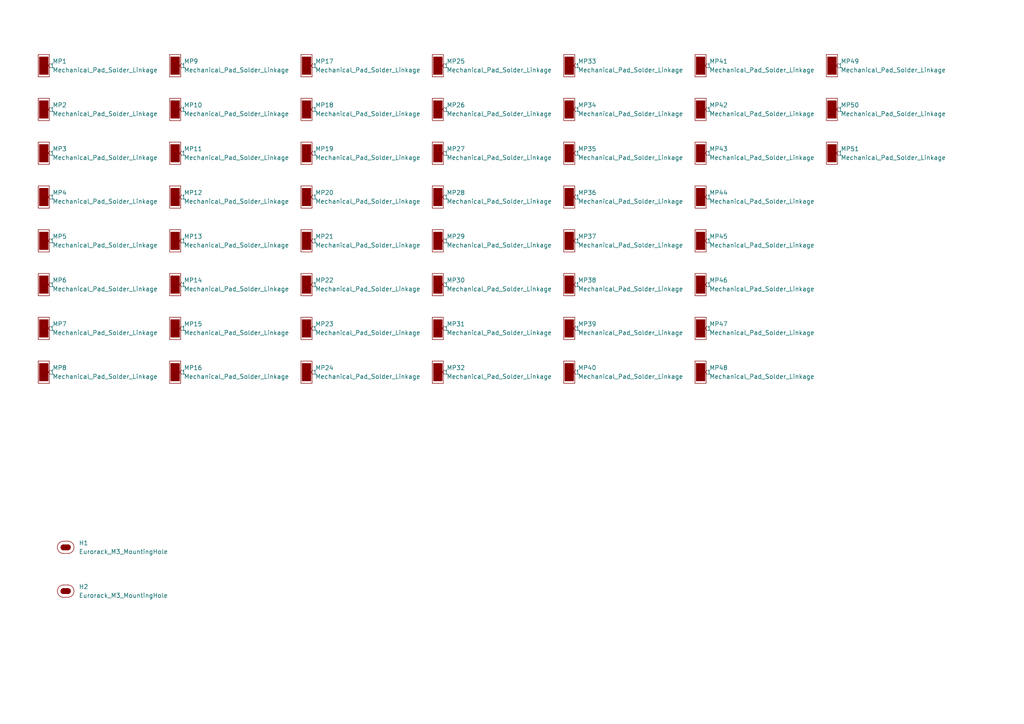
<source format=kicad_sch>
(kicad_sch (version 20231120) (generator "eeschema") (generator_version "8.0")
  (paper "A4")
  (lib_symbols
    (symbol "EXC:Eurorack_M3_MountingHole" (pin_names (offset 1.016)) (exclude_from_sim yes) (in_bom no)
      (property "Reference" "H" (at 0 5.08 0))
      (property "Value" "Eurorack_M3_MountingHole" (at 0 3.175 0))
      (symbol "Eurorack_M3_MountingHole_0_1"
        (circle (center -0.635 0) (radius 0.762) (fill (type outline)))
        (arc (start -0.635 0.762) (mid -1.397 0) (end -0.635 -0.762))
        (arc (start -0.635 1.778) (mid -2.413 0) (end -0.635 -1.778))
        (polyline (pts (xy -0.635 -1.778) (xy 0.635 -1.778)))
        (polyline (pts (xy -0.635 -0.762) (xy 0.635 -0.762)))
        (polyline (pts (xy -0.635 0.762) (xy 0.635 0.762)))
        (polyline (pts (xy 0.635 1.778) (xy -0.635 1.778)))
        (circle (center 0 0) (radius 0.762) (fill (type outline)))
        (arc (start 0.6141 -1.778) (mid 2.4131 0) (end 0.6141 1.778))
        (arc (start 0.6227 -0.762) (mid 1.3971 0) (end 0.6227 0.762))
        (circle (center 0.635 0) (radius 0.762) (fill (type outline)))
      )
    )
    (symbol "EXC:Mechanical_Pad_Solder_Linkage"
      (property "Reference" "MP" (at 0 4.318 0))
      (property "Value" "Mechanical_Pad_Solder_Linkage" (at 0 -4.318 0))
      (symbol "Mechanical_Pad_Solder_Linkage_0_1"
        (rectangle (start -1.6129 3.2258) (end 1.6129 -3.2258))
        (rectangle (start -1.27 2.54) (end 1.27 -2.54) (fill (type outline)))
      )
      (symbol "Mechanical_Pad_Solder_Linkage_1_1"
        (pin bidirectional non_logic (at -1.27 0 0) (length 2.54) (name "1") (number "1"))
      )
    )
  )
  (symbol (lib_id "EXC:Mechanical_Pad_Solder_Linkage") (at 88.9 19.05 0) (unit 1)
    (property "Reference" "MP17" (at 91.44 17.7799 0) (effects (justify left)))
    (property "Value" "Mechanical_Pad_Solder_Linkage" (at 91.44 20.3199 0) (effects (justify left)))
    (property "Footprint" "EXC:SolderWirePad_1x01_SMD_1x2mm" (effects (hide yes)))
    (property "Description" "Solder pad for mechanically connecting PCBs/etc." (effects (hide yes)))
  )
  (symbol (lib_id "EXC:Mechanical_Pad_Solder_Linkage") (at 88.9 44.45 0) (unit 1)
    (property "Reference" "MP19" (at 91.44 43.1799 0) (effects (justify left)))
    (property "Value" "Mechanical_Pad_Solder_Linkage" (at 91.44 45.7199 0) (effects (justify left)))
    (property "Footprint" "EXC:SolderWirePad_1x01_SMD_1x2mm" (effects (hide yes)))
    (property "Description" "Solder pad for mechanically connecting PCBs/etc." (effects (hide yes)))
  )
  (symbol (lib_id "EXC:Mechanical_Pad_Solder_Linkage") (at 127 95.25 0) (unit 1)
    (property "Reference" "MP31" (at 129.54 93.9799 0) (effects (justify left)))
    (property "Value" "Mechanical_Pad_Solder_Linkage" (at 129.54 96.5199 0) (effects (justify left)))
    (property "Footprint" "EXC:SolderWirePad_1x01_SMD_1x2mm" (effects (hide yes)))
    (property "Description" "Solder pad for mechanically connecting PCBs/etc." (effects (hide yes)))
  )
  (symbol (lib_id "EXC:Mechanical_Pad_Solder_Linkage") (at 165.1 69.85 0) (unit 1)
    (property "Reference" "MP37" (at 167.64 68.5799 0) (effects (justify left)))
    (property "Value" "Mechanical_Pad_Solder_Linkage" (at 167.64 71.1199 0) (effects (justify left)))
    (property "Footprint" "EXC:SolderWirePad_1x01_SMD_1x2mm" (effects (hide yes)))
    (property "Description" "Solder pad for mechanically connecting PCBs/etc." (effects (hide yes)))
  )
  (symbol (lib_id "EXC:Mechanical_Pad_Solder_Linkage") (at 241.3 44.45 0) (unit 1)
    (property "Reference" "MP51" (at 243.84 43.1799 0) (effects (justify left)))
    (property "Value" "Mechanical_Pad_Solder_Linkage" (at 243.84 45.7199 0) (effects (justify left)))
    (property "Footprint" "EXC:SolderWirePad_1x01_SMD_1x2mm" (effects (hide yes)))
    (property "Description" "Solder pad for mechanically connecting PCBs/etc." (effects (hide yes)))
  )
  (symbol (lib_id "EXC:Mechanical_Pad_Solder_Linkage") (at 203.2 69.85 0) (unit 1)
    (property "Reference" "MP45" (at 205.74 68.5799 0) (effects (justify left)))
    (property "Value" "Mechanical_Pad_Solder_Linkage" (at 205.74 71.1199 0) (effects (justify left)))
    (property "Footprint" "EXC:SolderWirePad_1x01_SMD_1x2mm" (effects (hide yes)))
    (property "Description" "Solder pad for mechanically connecting PCBs/etc." (effects (hide yes)))
  )
  (symbol (lib_id "EXC:Mechanical_Pad_Solder_Linkage") (at 88.9 95.25 0) (unit 1)
    (property "Reference" "MP23" (at 91.44 93.9799 0) (effects (justify left)))
    (property "Value" "Mechanical_Pad_Solder_Linkage" (at 91.44 96.5199 0) (effects (justify left)))
    (property "Footprint" "EXC:SolderWirePad_1x01_SMD_1x2mm" (effects (hide yes)))
    (property "Description" "Solder pad for mechanically connecting PCBs/etc." (effects (hide yes)))
  )
  (symbol (lib_id "EXC:Mechanical_Pad_Solder_Linkage") (at 203.2 95.25 0) (unit 1)
    (property "Reference" "MP47" (at 205.74 93.9799 0) (effects (justify left)))
    (property "Value" "Mechanical_Pad_Solder_Linkage" (at 205.74 96.5199 0) (effects (justify left)))
    (property "Footprint" "EXC:SolderWirePad_1x01_SMD_1x2mm" (effects (hide yes)))
    (property "Description" "Solder pad for mechanically connecting PCBs/etc." (effects (hide yes)))
  )
  (symbol (lib_id "EXC:Mechanical_Pad_Solder_Linkage") (at 203.2 19.05 0) (unit 1)
    (property "Reference" "MP41" (at 205.74 17.7799 0) (effects (justify left)))
    (property "Value" "Mechanical_Pad_Solder_Linkage" (at 205.74 20.3199 0) (effects (justify left)))
    (property "Footprint" "EXC:SolderWirePad_1x01_SMD_1x2mm" (effects (hide yes)))
    (property "Description" "Solder pad for mechanically connecting PCBs/etc." (effects (hide yes)))
  )
  (symbol (lib_id "EXC:Mechanical_Pad_Solder_Linkage") (at 12.7 44.45 0) (unit 1)
    (property "Reference" "MP3" (at 15.24 43.1799 0) (effects (justify left)))
    (property "Value" "Mechanical_Pad_Solder_Linkage" (at 15.24 45.7199 0) (effects (justify left)))
    (property "Footprint" "EXC:SolderWirePad_1x01_SMD_1x2mm" (effects (hide yes)))
    (property "Description" "Solder pad for mechanically connecting PCBs/etc." (effects (hide yes)))
  )
  (symbol (lib_id "EXC:Mechanical_Pad_Solder_Linkage") (at 127 69.85 0) (unit 1)
    (property "Reference" "MP29" (at 129.54 68.5799 0) (effects (justify left)))
    (property "Value" "Mechanical_Pad_Solder_Linkage" (at 129.54 71.1199 0) (effects (justify left)))
    (property "Footprint" "EXC:SolderWirePad_1x01_SMD_1x2mm" (effects (hide yes)))
    (property "Description" "Solder pad for mechanically connecting PCBs/etc." (effects (hide yes)))
  )
  (symbol (lib_id "EXC:Mechanical_Pad_Solder_Linkage") (at 12.7 82.55 0) (unit 1)
    (property "Reference" "MP6" (at 15.24 81.2799 0) (effects (justify left)))
    (property "Value" "Mechanical_Pad_Solder_Linkage" (at 15.24 83.8199 0) (effects (justify left)))
    (property "Footprint" "EXC:SolderWirePad_1x01_SMD_1x2mm" (effects (hide yes)))
    (property "Description" "Solder pad for mechanically connecting PCBs/etc." (effects (hide yes)))
  )
  (symbol (lib_id "EXC:Mechanical_Pad_Solder_Linkage") (at 165.1 107.95 0) (unit 1)
    (property "Reference" "MP40" (at 167.64 106.6799 0) (effects (justify left)))
    (property "Value" "Mechanical_Pad_Solder_Linkage" (at 167.64 109.2199 0) (effects (justify left)))
    (property "Footprint" "EXC:SolderWirePad_1x01_SMD_1x2mm" (effects (hide yes)))
    (property "Description" "Solder pad for mechanically connecting PCBs/etc." (effects (hide yes)))
  )
  (symbol (lib_id "EXC:Mechanical_Pad_Solder_Linkage") (at 203.2 31.75 0) (unit 1)
    (property "Reference" "MP42" (at 205.74 30.4799 0) (effects (justify left)))
    (property "Value" "Mechanical_Pad_Solder_Linkage" (at 205.74 33.0199 0) (effects (justify left)))
    (property "Footprint" "EXC:SolderWirePad_1x01_SMD_1x2mm" (effects (hide yes)))
    (property "Description" "Solder pad for mechanically connecting PCBs/etc." (effects (hide yes)))
  )
  (symbol (lib_id "EXC:Mechanical_Pad_Solder_Linkage") (at 241.3 31.75 0) (unit 1)
    (property "Reference" "MP50" (at 243.84 30.4799 0) (effects (justify left)))
    (property "Value" "Mechanical_Pad_Solder_Linkage" (at 243.84 33.0199 0) (effects (justify left)))
    (property "Footprint" "EXC:SolderWirePad_1x01_SMD_1x2mm" (effects (hide yes)))
    (property "Description" "Solder pad for mechanically connecting PCBs/etc." (effects (hide yes)))
  )
  (symbol (lib_id "EXC:Mechanical_Pad_Solder_Linkage") (at 12.7 57.15 0) (unit 1)
    (property "Reference" "MP4" (at 15.24 55.8799 0) (effects (justify left)))
    (property "Value" "Mechanical_Pad_Solder_Linkage" (at 15.24 58.4199 0) (effects (justify left)))
    (property "Footprint" "EXC:SolderWirePad_1x01_SMD_1x2mm" (effects (hide yes)))
    (property "Description" "Solder pad for mechanically connecting PCBs/etc." (effects (hide yes)))
  )
  (symbol (lib_id "EXC:Mechanical_Pad_Solder_Linkage") (at 50.8 107.95 0) (unit 1)
    (property "Reference" "MP16" (at 53.34 106.6799 0) (effects (justify left)))
    (property "Value" "Mechanical_Pad_Solder_Linkage" (at 53.34 109.2199 0) (effects (justify left)))
    (property "Footprint" "EXC:SolderWirePad_1x01_SMD_1x2mm" (effects (hide yes)))
    (property "Description" "Solder pad for mechanically connecting PCBs/etc." (effects (hide yes)))
  )
  (symbol (lib_id "EXC:Mechanical_Pad_Solder_Linkage") (at 203.2 107.95 0) (unit 1)
    (property "Reference" "MP48" (at 205.74 106.6799 0) (effects (justify left)))
    (property "Value" "Mechanical_Pad_Solder_Linkage" (at 205.74 109.2199 0) (effects (justify left)))
    (property "Footprint" "EXC:SolderWirePad_1x01_SMD_1x2mm" (effects (hide yes)))
    (property "Description" "Solder pad for mechanically connecting PCBs/etc." (effects (hide yes)))
  )
  (symbol (lib_id "EXC:Mechanical_Pad_Solder_Linkage") (at 88.9 57.15 0) (unit 1)
    (property "Reference" "MP20" (at 91.44 55.8799 0) (effects (justify left)))
    (property "Value" "Mechanical_Pad_Solder_Linkage" (at 91.44 58.4199 0) (effects (justify left)))
    (property "Footprint" "EXC:SolderWirePad_1x01_SMD_1x2mm" (effects (hide yes)))
    (property "Description" "Solder pad for mechanically connecting PCBs/etc." (effects (hide yes)))
  )
  (symbol (lib_id "EXC:Mechanical_Pad_Solder_Linkage") (at 165.1 95.25 0) (unit 1)
    (property "Reference" "MP39" (at 167.64 93.9799 0) (effects (justify left)))
    (property "Value" "Mechanical_Pad_Solder_Linkage" (at 167.64 96.5199 0) (effects (justify left)))
    (property "Footprint" "EXC:SolderWirePad_1x01_SMD_1x2mm" (effects (hide yes)))
    (property "Description" "Solder pad for mechanically connecting PCBs/etc." (effects (hide yes)))
  )
  (symbol (lib_id "EXC:Mechanical_Pad_Solder_Linkage") (at 12.7 19.05 0) (unit 1)
    (property "Reference" "MP1" (at 15.24 17.7799 0) (effects (justify left)))
    (property "Value" "Mechanical_Pad_Solder_Linkage" (at 15.24 20.3199 0) (effects (justify left)))
    (property "Footprint" "EXC:SolderWirePad_1x01_SMD_1x2mm" (effects (hide yes)))
    (property "Description" "Solder pad for mechanically connecting PCBs/etc." (effects (hide yes)))
  )
  (symbol (lib_id "EXC:Mechanical_Pad_Solder_Linkage") (at 50.8 82.55 0) (unit 1)
    (property "Reference" "MP14" (at 53.34 81.2799 0) (effects (justify left)))
    (property "Value" "Mechanical_Pad_Solder_Linkage" (at 53.34 83.8199 0) (effects (justify left)))
    (property "Footprint" "EXC:SolderWirePad_1x01_SMD_1x2mm" (effects (hide yes)))
    (property "Description" "Solder pad for mechanically connecting PCBs/etc." (effects (hide yes)))
  )
  (symbol (lib_id "EXC:Mechanical_Pad_Solder_Linkage") (at 12.7 31.75 0) (unit 1)
    (property "Reference" "MP2" (at 15.24 30.4799 0) (effects (justify left)))
    (property "Value" "Mechanical_Pad_Solder_Linkage" (at 15.24 33.0199 0) (effects (justify left)))
    (property "Footprint" "EXC:SolderWirePad_1x01_SMD_1x2mm" (effects (hide yes)))
    (property "Description" "Solder pad for mechanically connecting PCBs/etc." (effects (hide yes)))
  )
  (symbol (lib_id "EXC:Mechanical_Pad_Solder_Linkage") (at 203.2 82.55 0) (unit 1)
    (property "Reference" "MP46" (at 205.74 81.2799 0) (effects (justify left)))
    (property "Value" "Mechanical_Pad_Solder_Linkage" (at 205.74 83.8199 0) (effects (justify left)))
    (property "Footprint" "EXC:SolderWirePad_1x01_SMD_1x2mm" (effects (hide yes)))
    (property "Description" "Solder pad for mechanically connecting PCBs/etc." (effects (hide yes)))
  )
  (symbol (lib_id "EXC:Mechanical_Pad_Solder_Linkage") (at 127 44.45 0) (unit 1)
    (property "Reference" "MP27" (at 129.54 43.1799 0) (effects (justify left)))
    (property "Value" "Mechanical_Pad_Solder_Linkage" (at 129.54 45.7199 0) (effects (justify left)))
    (property "Footprint" "EXC:SolderWirePad_1x01_SMD_1x2mm" (effects (hide yes)))
    (property "Description" "Solder pad for mechanically connecting PCBs/etc." (effects (hide yes)))
  )
  (symbol (lib_id "EXC:Mechanical_Pad_Solder_Linkage") (at 12.7 95.25 0) (unit 1)
    (property "Reference" "MP7" (at 15.24 93.9799 0) (effects (justify left)))
    (property "Value" "Mechanical_Pad_Solder_Linkage" (at 15.24 96.5199 0) (effects (justify left)))
    (property "Footprint" "EXC:SolderWirePad_1x01_SMD_1x2mm" (effects (hide yes)))
    (property "Description" "Solder pad for mechanically connecting PCBs/etc." (effects (hide yes)))
  )
  (symbol (lib_id "EXC:Mechanical_Pad_Solder_Linkage") (at 165.1 31.75 0) (unit 1)
    (property "Reference" "MP34" (at 167.64 30.4799 0) (effects (justify left)))
    (property "Value" "Mechanical_Pad_Solder_Linkage" (at 167.64 33.0199 0) (effects (justify left)))
    (property "Footprint" "EXC:SolderWirePad_1x01_SMD_1x2mm" (effects (hide yes)))
    (property "Description" "Solder pad for mechanically connecting PCBs/etc." (effects (hide yes)))
  )
  (symbol (lib_id "EXC:Mechanical_Pad_Solder_Linkage") (at 127 82.55 0) (unit 1)
    (property "Reference" "MP30" (at 129.54 81.2799 0) (effects (justify left)))
    (property "Value" "Mechanical_Pad_Solder_Linkage" (at 129.54 83.8199 0) (effects (justify left)))
    (property "Footprint" "EXC:SolderWirePad_1x01_SMD_1x2mm" (effects (hide yes)))
    (property "Description" "Solder pad for mechanically connecting PCBs/etc." (effects (hide yes)))
  )
  (symbol (lib_id "EXC:Mechanical_Pad_Solder_Linkage") (at 50.8 95.25 0) (unit 1)
    (property "Reference" "MP15" (at 53.34 93.9799 0) (effects (justify left)))
    (property "Value" "Mechanical_Pad_Solder_Linkage" (at 53.34 96.5199 0) (effects (justify left)))
    (property "Footprint" "EXC:SolderWirePad_1x01_SMD_1x2mm" (effects (hide yes)))
    (property "Description" "Solder pad for mechanically connecting PCBs/etc." (effects (hide yes)))
  )
  (symbol (lib_id "EXC:Mechanical_Pad_Solder_Linkage") (at 12.7 69.85 0) (unit 1)
    (property "Reference" "MP5" (at 15.24 68.5799 0) (effects (justify left)))
    (property "Value" "Mechanical_Pad_Solder_Linkage" (at 15.24 71.1199 0) (effects (justify left)))
    (property "Footprint" "EXC:SolderWirePad_1x01_SMD_1x2mm" (effects (hide yes)))
    (property "Description" "Solder pad for mechanically connecting PCBs/etc." (effects (hide yes)))
  )
  (symbol (lib_id "EXC:Mechanical_Pad_Solder_Linkage") (at 203.2 44.45 0) (unit 1)
    (property "Reference" "MP43" (at 205.74 43.1799 0) (effects (justify left)))
    (property "Value" "Mechanical_Pad_Solder_Linkage" (at 205.74 45.7199 0) (effects (justify left)))
    (property "Footprint" "EXC:SolderWirePad_1x01_SMD_1x2mm" (effects (hide yes)))
    (property "Description" "Solder pad for mechanically connecting PCBs/etc." (effects (hide yes)))
  )
  (symbol (lib_id "EXC:Mechanical_Pad_Solder_Linkage") (at 127 57.15 0) (unit 1)
    (property "Reference" "MP28" (at 129.54 55.8799 0) (effects (justify left)))
    (property "Value" "Mechanical_Pad_Solder_Linkage" (at 129.54 58.4199 0) (effects (justify left)))
    (property "Footprint" "EXC:SolderWirePad_1x01_SMD_1x2mm" (effects (hide yes)))
    (property "Description" "Solder pad for mechanically connecting PCBs/etc." (effects (hide yes)))
  )
  (symbol (lib_id "EXC:Mechanical_Pad_Solder_Linkage") (at 50.8 31.75 0) (unit 1)
    (property "Reference" "MP10" (at 53.34 30.4799 0) (effects (justify left)))
    (property "Value" "Mechanical_Pad_Solder_Linkage" (at 53.34 33.0199 0) (effects (justify left)))
    (property "Footprint" "EXC:SolderWirePad_1x01_SMD_1x2mm" (effects (hide yes)))
    (property "Description" "Solder pad for mechanically connecting PCBs/etc." (effects (hide yes)))
  )
  (symbol (lib_id "EXC:Eurorack_M3_MountingHole") (at 19.05 171.45 0) (unit 1) (exclude_from_sim yes) (in_bom no)
    (property "Reference" "H2" (at 22.86 170.1799 0) (effects (justify left)))
    (property "Value" "Eurorack_M3_MountingHole" (at 22.86 172.7199 0) (effects (justify left)))
    (property "Footprint" "EXC:MountingHole_3.2mm_M3" (effects (hide yes)))
    (property "Description" "Mounting Hole without connection" (effects (hide yes)))
  )
  (symbol (lib_id "EXC:Mechanical_Pad_Solder_Linkage") (at 241.3 19.05 0) (unit 1)
    (property "Reference" "MP49" (at 243.84 17.7799 0) (effects (justify left)))
    (property "Value" "Mechanical_Pad_Solder_Linkage" (at 243.84 20.3199 0) (effects (justify left)))
    (property "Footprint" "EXC:SolderWirePad_1x01_SMD_1x2mm" (effects (hide yes)))
    (property "Description" "Solder pad for mechanically connecting PCBs/etc." (effects (hide yes)))
  )
  (symbol (lib_id "EXC:Mechanical_Pad_Solder_Linkage") (at 50.8 19.05 0) (unit 1)
    (property "Reference" "MP9" (at 53.34 17.7799 0) (effects (justify left)))
    (property "Value" "Mechanical_Pad_Solder_Linkage" (at 53.34 20.3199 0) (effects (justify left)))
    (property "Footprint" "EXC:SolderWirePad_1x01_SMD_1x2mm" (effects (hide yes)))
    (property "Description" "Solder pad for mechanically connecting PCBs/etc." (effects (hide yes)))
  )
  (symbol (lib_id "EXC:Mechanical_Pad_Solder_Linkage") (at 127 19.05 0) (unit 1)
    (property "Reference" "MP25" (at 129.54 17.7799 0) (effects (justify left)))
    (property "Value" "Mechanical_Pad_Solder_Linkage" (at 129.54 20.3199 0) (effects (justify left)))
    (property "Footprint" "EXC:SolderWirePad_1x01_SMD_1x2mm" (effects (hide yes)))
    (property "Description" "Solder pad for mechanically connecting PCBs/etc." (effects (hide yes)))
  )
  (symbol (lib_id "EXC:Mechanical_Pad_Solder_Linkage") (at 165.1 44.45 0) (unit 1)
    (property "Reference" "MP35" (at 167.64 43.1799 0) (effects (justify left)))
    (property "Value" "Mechanical_Pad_Solder_Linkage" (at 167.64 45.7199 0) (effects (justify left)))
    (property "Footprint" "EXC:SolderWirePad_1x01_SMD_1x2mm" (effects (hide yes)))
    (property "Description" "Solder pad for mechanically connecting PCBs/etc." (effects (hide yes)))
  )
  (symbol (lib_id "EXC:Mechanical_Pad_Solder_Linkage") (at 88.9 31.75 0) (unit 1)
    (property "Reference" "MP18" (at 91.44 30.4799 0) (effects (justify left)))
    (property "Value" "Mechanical_Pad_Solder_Linkage" (at 91.44 33.0199 0) (effects (justify left)))
    (property "Footprint" "EXC:SolderWirePad_1x01_SMD_1x2mm" (effects (hide yes)))
    (property "Description" "Solder pad for mechanically connecting PCBs/etc." (effects (hide yes)))
  )
  (symbol (lib_id "EXC:Mechanical_Pad_Solder_Linkage") (at 50.8 44.45 0) (unit 1)
    (property "Reference" "MP11" (at 53.34 43.1799 0) (effects (justify left)))
    (property "Value" "Mechanical_Pad_Solder_Linkage" (at 53.34 45.7199 0) (effects (justify left)))
    (property "Footprint" "EXC:SolderWirePad_1x01_SMD_1x2mm" (effects (hide yes)))
    (property "Description" "Solder pad for mechanically connecting PCBs/etc." (effects (hide yes)))
  )
  (symbol (lib_id "EXC:Mechanical_Pad_Solder_Linkage") (at 12.7 107.95 0) (unit 1)
    (property "Reference" "MP8" (at 15.24 106.6799 0) (effects (justify left)))
    (property "Value" "Mechanical_Pad_Solder_Linkage" (at 15.24 109.2199 0) (effects (justify left)))
    (property "Footprint" "EXC:SolderWirePad_1x01_SMD_1x2mm" (effects (hide yes)))
    (property "Description" "Solder pad for mechanically connecting PCBs/etc." (effects (hide yes)))
  )
  (symbol (lib_id "EXC:Mechanical_Pad_Solder_Linkage") (at 88.9 82.55 0) (unit 1)
    (property "Reference" "MP22" (at 91.44 81.2799 0) (effects (justify left)))
    (property "Value" "Mechanical_Pad_Solder_Linkage" (at 91.44 83.8199 0) (effects (justify left)))
    (property "Footprint" "EXC:SolderWirePad_1x01_SMD_1x2mm" (effects (hide yes)))
    (property "Description" "Solder pad for mechanically connecting PCBs/etc." (effects (hide yes)))
  )
  (symbol (lib_id "EXC:Mechanical_Pad_Solder_Linkage") (at 50.8 69.85 0) (unit 1)
    (property "Reference" "MP13" (at 53.34 68.5799 0) (effects (justify left)))
    (property "Value" "Mechanical_Pad_Solder_Linkage" (at 53.34 71.1199 0) (effects (justify left)))
    (property "Footprint" "EXC:SolderWirePad_1x01_SMD_1x2mm" (effects (hide yes)))
    (property "Description" "Solder pad for mechanically connecting PCBs/etc." (effects (hide yes)))
  )
  (symbol (lib_id "EXC:Mechanical_Pad_Solder_Linkage") (at 127 107.95 0) (unit 1)
    (property "Reference" "MP32" (at 129.54 106.6799 0) (effects (justify left)))
    (property "Value" "Mechanical_Pad_Solder_Linkage" (at 129.54 109.2199 0) (effects (justify left)))
    (property "Footprint" "EXC:SolderWirePad_1x01_SMD_1x2mm" (effects (hide yes)))
    (property "Description" "Solder pad for mechanically connecting PCBs/etc." (effects (hide yes)))
  )
  (symbol (lib_id "EXC:Mechanical_Pad_Solder_Linkage") (at 165.1 82.55 0) (unit 1)
    (property "Reference" "MP38" (at 167.64 81.2799 0) (effects (justify left)))
    (property "Value" "Mechanical_Pad_Solder_Linkage" (at 167.64 83.8199 0) (effects (justify left)))
    (property "Footprint" "EXC:SolderWirePad_1x01_SMD_1x2mm" (effects (hide yes)))
    (property "Description" "Solder pad for mechanically connecting PCBs/etc." (effects (hide yes)))
  )
  (symbol (lib_id "EXC:Mechanical_Pad_Solder_Linkage") (at 165.1 57.15 0) (unit 1)
    (property "Reference" "MP36" (at 167.64 55.8799 0) (effects (justify left)))
    (property "Value" "Mechanical_Pad_Solder_Linkage" (at 167.64 58.4199 0) (effects (justify left)))
    (property "Footprint" "EXC:SolderWirePad_1x01_SMD_1x2mm" (effects (hide yes)))
    (property "Description" "Solder pad for mechanically connecting PCBs/etc." (effects (hide yes)))
  )
  (symbol (lib_id "EXC:Mechanical_Pad_Solder_Linkage") (at 127 31.75 0) (unit 1)
    (property "Reference" "MP26" (at 129.54 30.4799 0) (effects (justify left)))
    (property "Value" "Mechanical_Pad_Solder_Linkage" (at 129.54 33.0199 0) (effects (justify left)))
    (property "Footprint" "EXC:SolderWirePad_1x01_SMD_1x2mm" (effects (hide yes)))
    (property "Description" "Solder pad for mechanically connecting PCBs/etc." (effects (hide yes)))
  )
  (symbol (lib_id "EXC:Mechanical_Pad_Solder_Linkage") (at 50.8 57.15 0) (unit 1)
    (property "Reference" "MP12" (at 53.34 55.8799 0) (effects (justify left)))
    (property "Value" "Mechanical_Pad_Solder_Linkage" (at 53.34 58.4199 0) (effects (justify left)))
    (property "Footprint" "EXC:SolderWirePad_1x01_SMD_1x2mm" (effects (hide yes)))
    (property "Description" "Solder pad for mechanically connecting PCBs/etc." (effects (hide yes)))
  )
  (symbol (lib_id "EXC:Eurorack_M3_MountingHole") (at 19.05 158.75 0) (unit 1) (exclude_from_sim yes) (in_bom no)
    (property "Reference" "H1" (at 22.86 157.4799 0) (effects (justify left)))
    (property "Value" "Eurorack_M3_MountingHole" (at 22.86 160.0199 0) (effects (justify left)))
    (property "Footprint" "EXC:MountingHole_3.2mm_M3" (effects (hide yes)))
    (property "Description" "Mounting Hole without connection" (effects (hide yes)))
  )
  (symbol (lib_id "EXC:Mechanical_Pad_Solder_Linkage") (at 203.2 57.15 0) (unit 1)
    (property "Reference" "MP44" (at 205.74 55.8799 0) (effects (justify left)))
    (property "Value" "Mechanical_Pad_Solder_Linkage" (at 205.74 58.4199 0) (effects (justify left)))
    (property "Footprint" "EXC:SolderWirePad_1x01_SMD_1x2mm" (effects (hide yes)))
    (property "Description" "Solder pad for mechanically connecting PCBs/etc." (effects (hide yes)))
  )
  (symbol (lib_id "EXC:Mechanical_Pad_Solder_Linkage") (at 88.9 69.85 0) (unit 1)
    (property "Reference" "MP21" (at 91.44 68.5799 0) (effects (justify left)))
    (property "Value" "Mechanical_Pad_Solder_Linkage" (at 91.44 71.1199 0) (effects (justify left)))
    (property "Footprint" "EXC:SolderWirePad_1x01_SMD_1x2mm" (effects (hide yes)))
    (property "Description" "Solder pad for mechanically connecting PCBs/etc." (effects (hide yes)))
  )
  (symbol (lib_id "EXC:Mechanical_Pad_Solder_Linkage") (at 88.9 107.95 0) (unit 1)
    (property "Reference" "MP24" (at 91.44 106.6799 0) (effects (justify left)))
    (property "Value" "Mechanical_Pad_Solder_Linkage" (at 91.44 109.2199 0) (effects (justify left)))
    (property "Footprint" "EXC:SolderWirePad_1x01_SMD_1x2mm" (effects (hide yes)))
    (property "Description" "Solder pad for mechanically connecting PCBs/etc." (effects (hide yes)))
  )
  (symbol (lib_id "EXC:Mechanical_Pad_Solder_Linkage") (at 165.1 19.05 0) (unit 1)
    (property "Reference" "MP33" (at 167.64 17.7799 0) (effects (justify left)))
    (property "Value" "Mechanical_Pad_Solder_Linkage" (at 167.64 20.3199 0) (effects (justify left)))
    (property "Footprint" "EXC:SolderWirePad_1x01_SMD_1x2mm" (effects (hide yes)))
    (property "Description" "Solder pad for mechanically connecting PCBs/etc." (effects (hide yes)))
  )
)
</source>
